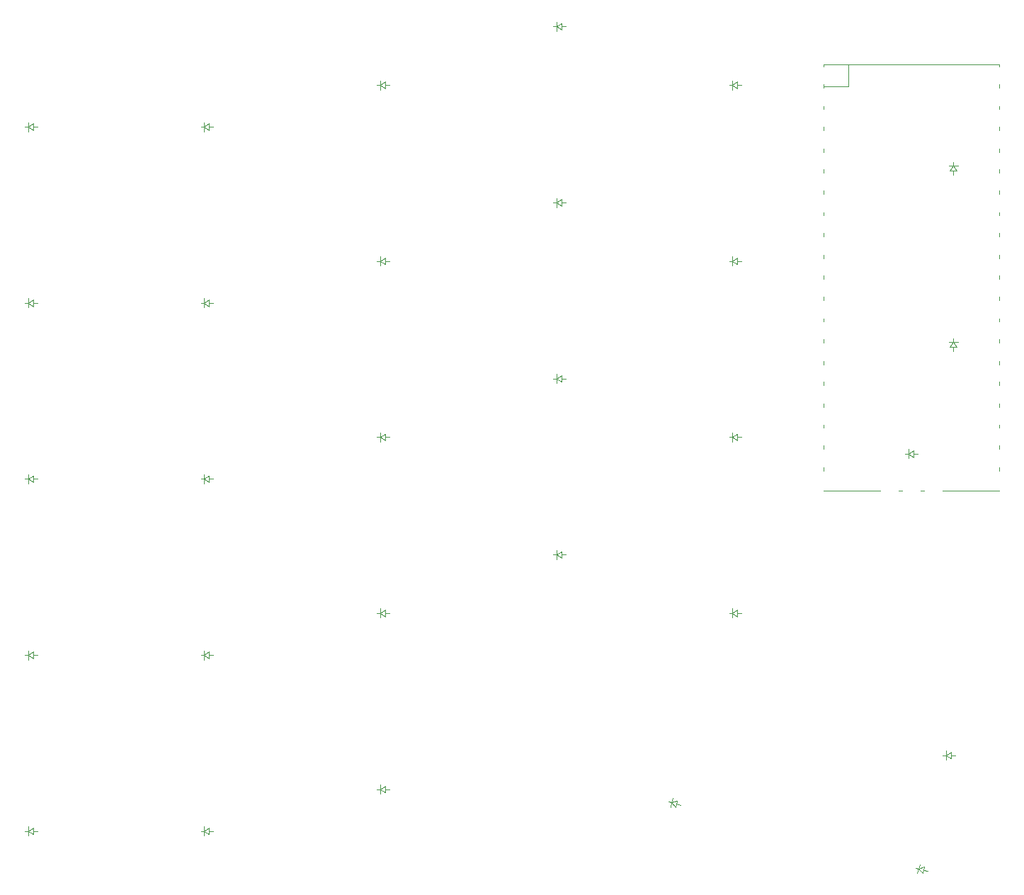
<source format=gbr>
%TF.GenerationSoftware,KiCad,Pcbnew,9.0.3-1.fc42*%
%TF.CreationDate,2025-08-09T15:12:39+02:00*%
%TF.ProjectId,left_traced,6c656674-5f74-4726-9163-65642e6b6963,v1.0.0*%
%TF.SameCoordinates,Original*%
%TF.FileFunction,Legend,Bot*%
%TF.FilePolarity,Positive*%
%FSLAX46Y46*%
G04 Gerber Fmt 4.6, Leading zero omitted, Abs format (unit mm)*
G04 Created by KiCad (PCBNEW 9.0.3-1.fc42) date 2025-08-09 15:12:39*
%MOMM*%
%LPD*%
G01*
G04 APERTURE LIST*
%ADD10C,0.100000*%
%ADD11C,0.120000*%
G04 APERTURE END LIST*
D10*
%TO.C,D22*%
X96600000Y-131850000D02*
X97000000Y-131850000D01*
X97000000Y-131850000D02*
X97000000Y-131300000D01*
X97000000Y-131850000D02*
X97000000Y-132400000D01*
X97000000Y-131850000D02*
X97600000Y-131450000D01*
X97600000Y-131450000D02*
X97600000Y-132250000D01*
X97600000Y-131850000D02*
X98100000Y-131850000D01*
X97600000Y-132250000D02*
X97000000Y-131850000D01*
%TO.C,D8*%
X159750000Y-98800000D02*
X160150000Y-98800000D01*
X160150000Y-98800000D02*
X160150000Y-98250000D01*
X160150000Y-98800000D02*
X160150000Y-99350000D01*
X160150000Y-98800000D02*
X160750000Y-98400000D01*
X160750000Y-98400000D02*
X160750000Y-99200000D01*
X160750000Y-98800000D02*
X161250000Y-98800000D01*
X160750000Y-99200000D02*
X160150000Y-98800000D01*
%TO.C,D18*%
X117650000Y-110800000D02*
X118050000Y-110800000D01*
X118050000Y-110800000D02*
X118050000Y-110250000D01*
X118050000Y-110800000D02*
X118050000Y-111350000D01*
X118050000Y-110800000D02*
X118650000Y-110400000D01*
X118650000Y-110400000D02*
X118650000Y-111200000D01*
X118650000Y-110800000D02*
X119150000Y-110800000D01*
X118650000Y-111200000D02*
X118050000Y-110800000D01*
%TO.C,D10*%
X138700000Y-168950000D02*
X139100000Y-168950000D01*
X139100000Y-168950000D02*
X139100000Y-168400000D01*
X139100000Y-168950000D02*
X139100000Y-169500000D01*
X139100000Y-168950000D02*
X139700000Y-168550000D01*
X139700000Y-168550000D02*
X139700000Y-169350000D01*
X139700000Y-168950000D02*
X140200000Y-168950000D01*
X139700000Y-169350000D02*
X139100000Y-168950000D01*
%TO.C,D25*%
X173541469Y-191492865D02*
X173927839Y-191596392D01*
X173927839Y-191596392D02*
X173785488Y-192127653D01*
X173927839Y-191596392D02*
X174070189Y-191065133D01*
X173927839Y-191596392D02*
X174610922Y-191365313D01*
X174403867Y-192138054D02*
X173927839Y-191596392D01*
X174507394Y-191751684D02*
X174990357Y-191881093D01*
X174610922Y-191365313D02*
X174403867Y-192138054D01*
%TO.C,D12*%
X138700000Y-126850000D02*
X139100000Y-126850000D01*
X139100000Y-126850000D02*
X139100000Y-126300000D01*
X139100000Y-126850000D02*
X139100000Y-127400000D01*
X139100000Y-126850000D02*
X139700000Y-126450000D01*
X139700000Y-126450000D02*
X139700000Y-127250000D01*
X139700000Y-126850000D02*
X140200000Y-126850000D01*
X139700000Y-127250000D02*
X139100000Y-126850000D01*
%TO.C,D14*%
X117650000Y-195000000D02*
X118050000Y-195000000D01*
X118050000Y-195000000D02*
X118050000Y-194450000D01*
X118050000Y-195000000D02*
X118050000Y-195550000D01*
X118050000Y-195000000D02*
X118650000Y-194600000D01*
X118650000Y-194600000D02*
X118650000Y-195400000D01*
X118650000Y-195000000D02*
X119150000Y-195000000D01*
X118650000Y-195400000D02*
X118050000Y-195000000D01*
%TO.C,D6*%
X159750000Y-140900000D02*
X160150000Y-140900000D01*
X160150000Y-140900000D02*
X160150000Y-140350000D01*
X160150000Y-140900000D02*
X160150000Y-141450000D01*
X160150000Y-140900000D02*
X160750000Y-140500000D01*
X160750000Y-140500000D02*
X160750000Y-141300000D01*
X160750000Y-140900000D02*
X161250000Y-140900000D01*
X160750000Y-141300000D02*
X160150000Y-140900000D01*
%TO.C,D19*%
X96600000Y-195000000D02*
X97000000Y-195000000D01*
X97000000Y-195000000D02*
X97000000Y-194450000D01*
X97000000Y-195000000D02*
X97000000Y-195550000D01*
X97000000Y-195000000D02*
X97600000Y-194600000D01*
X97600000Y-194600000D02*
X97600000Y-195400000D01*
X97600000Y-195000000D02*
X98100000Y-195000000D01*
X97600000Y-195400000D02*
X97000000Y-195000000D01*
%TO.C,D16*%
X117650000Y-152900000D02*
X118050000Y-152900000D01*
X118050000Y-152900000D02*
X118050000Y-152350000D01*
X118050000Y-152900000D02*
X118050000Y-153450000D01*
X118050000Y-152900000D02*
X118650000Y-152500000D01*
X118650000Y-152500000D02*
X118650000Y-153300000D01*
X118650000Y-152900000D02*
X119150000Y-152900000D01*
X118650000Y-153300000D02*
X118050000Y-152900000D01*
%TO.C,D20*%
X96600000Y-173950000D02*
X97000000Y-173950000D01*
X97000000Y-173950000D02*
X97000000Y-173400000D01*
X97000000Y-173950000D02*
X97000000Y-174500000D01*
X97000000Y-173950000D02*
X97600000Y-173550000D01*
X97600000Y-173550000D02*
X97600000Y-174350000D01*
X97600000Y-173950000D02*
X98100000Y-173950000D01*
X97600000Y-174350000D02*
X97000000Y-173950000D01*
%TO.C,D24*%
X203074651Y-199406257D02*
X203461021Y-199509784D01*
X203461021Y-199509784D02*
X203318670Y-200041045D01*
X203461021Y-199509784D02*
X203603371Y-198978525D01*
X203461021Y-199509784D02*
X204144104Y-199278705D01*
X203937049Y-200051446D02*
X203461021Y-199509784D01*
X204040576Y-199665076D02*
X204523539Y-199794485D01*
X204144104Y-199278705D02*
X203937049Y-200051446D01*
%TO.C,D29*%
X206350000Y-185950000D02*
X206750000Y-185950000D01*
X206750000Y-185950000D02*
X206750000Y-185400000D01*
X206750000Y-185950000D02*
X206750000Y-186500000D01*
X206750000Y-185950000D02*
X207350000Y-185550000D01*
X207350000Y-185550000D02*
X207350000Y-186350000D01*
X207350000Y-185950000D02*
X207850000Y-185950000D01*
X207350000Y-186350000D02*
X206750000Y-185950000D01*
%TO.C,D21*%
X96600000Y-152900000D02*
X97000000Y-152900000D01*
X97000000Y-152900000D02*
X97000000Y-152350000D01*
X97000000Y-152900000D02*
X97000000Y-153450000D01*
X97000000Y-152900000D02*
X97600000Y-152500000D01*
X97600000Y-152500000D02*
X97600000Y-153300000D01*
X97600000Y-152900000D02*
X98100000Y-152900000D01*
X97600000Y-153300000D02*
X97000000Y-152900000D01*
%TO.C,D28*%
X201850000Y-149900000D02*
X202250000Y-149900000D01*
X202250000Y-149900000D02*
X202250000Y-149350000D01*
X202250000Y-149900000D02*
X202250000Y-150450000D01*
X202250000Y-149900000D02*
X202850000Y-149500000D01*
X202850000Y-149500000D02*
X202850000Y-150300000D01*
X202850000Y-149900000D02*
X203350000Y-149900000D01*
X202850000Y-150300000D02*
X202250000Y-149900000D01*
%TO.C,D3*%
X180800000Y-126850000D02*
X181200000Y-126850000D01*
X181200000Y-126850000D02*
X181200000Y-126300000D01*
X181200000Y-126850000D02*
X181200000Y-127400000D01*
X181200000Y-126850000D02*
X181800000Y-126450000D01*
X181800000Y-126450000D02*
X181800000Y-127250000D01*
X181800000Y-126850000D02*
X182300000Y-126850000D01*
X181800000Y-127250000D02*
X181200000Y-126850000D01*
%TO.C,D11*%
X138700000Y-147900000D02*
X139100000Y-147900000D01*
X139100000Y-147900000D02*
X139100000Y-147350000D01*
X139100000Y-147900000D02*
X139100000Y-148450000D01*
X139100000Y-147900000D02*
X139700000Y-147500000D01*
X139700000Y-147500000D02*
X139700000Y-148300000D01*
X139700000Y-147900000D02*
X140200000Y-147900000D01*
X139700000Y-148300000D02*
X139100000Y-147900000D01*
%TO.C,D26*%
X207200000Y-137100000D02*
X207600000Y-136500000D01*
X207600000Y-136100000D02*
X207600000Y-136500000D01*
X207600000Y-136500000D02*
X207050000Y-136500000D01*
X207600000Y-136500000D02*
X208000000Y-137100000D01*
X207600000Y-136500000D02*
X208150000Y-136500000D01*
X207600000Y-137100000D02*
X207600000Y-137600000D01*
X208000000Y-137100000D02*
X207200000Y-137100000D01*
%TO.C,D15*%
X117650000Y-173950000D02*
X118050000Y-173950000D01*
X118050000Y-173950000D02*
X118050000Y-173400000D01*
X118050000Y-173950000D02*
X118050000Y-174500000D01*
X118050000Y-173950000D02*
X118650000Y-173550000D01*
X118650000Y-173550000D02*
X118650000Y-174350000D01*
X118650000Y-173950000D02*
X119150000Y-173950000D01*
X118650000Y-174350000D02*
X118050000Y-173950000D01*
%TO.C,D13*%
X138700000Y-105800000D02*
X139100000Y-105800000D01*
X139100000Y-105800000D02*
X139100000Y-105250000D01*
X139100000Y-105800000D02*
X139100000Y-106350000D01*
X139100000Y-105800000D02*
X139700000Y-105400000D01*
X139700000Y-105400000D02*
X139700000Y-106200000D01*
X139700000Y-105800000D02*
X140200000Y-105800000D01*
X139700000Y-106200000D02*
X139100000Y-105800000D01*
%TO.C,D9*%
X138700000Y-190000000D02*
X139100000Y-190000000D01*
X139100000Y-190000000D02*
X139100000Y-189450000D01*
X139100000Y-190000000D02*
X139100000Y-190550000D01*
X139100000Y-190000000D02*
X139700000Y-189600000D01*
X139700000Y-189600000D02*
X139700000Y-190400000D01*
X139700000Y-190000000D02*
X140200000Y-190000000D01*
X139700000Y-190400000D02*
X139100000Y-190000000D01*
%TO.C,D17*%
X117650000Y-131850000D02*
X118050000Y-131850000D01*
X118050000Y-131850000D02*
X118050000Y-131300000D01*
X118050000Y-131850000D02*
X118050000Y-132400000D01*
X118050000Y-131850000D02*
X118650000Y-131450000D01*
X118650000Y-131450000D02*
X118650000Y-132250000D01*
X118650000Y-131850000D02*
X119150000Y-131850000D01*
X118650000Y-132250000D02*
X118050000Y-131850000D01*
%TO.C,D2*%
X180800000Y-147900000D02*
X181200000Y-147900000D01*
X181200000Y-147900000D02*
X181200000Y-147350000D01*
X181200000Y-147900000D02*
X181200000Y-148450000D01*
X181200000Y-147900000D02*
X181800000Y-147500000D01*
X181800000Y-147500000D02*
X181800000Y-148300000D01*
X181800000Y-147900000D02*
X182300000Y-147900000D01*
X181800000Y-148300000D02*
X181200000Y-147900000D01*
%TO.C,D4*%
X180800000Y-105800000D02*
X181200000Y-105800000D01*
X181200000Y-105800000D02*
X181200000Y-105250000D01*
X181200000Y-105800000D02*
X181200000Y-106350000D01*
X181200000Y-105800000D02*
X181800000Y-105400000D01*
X181800000Y-105400000D02*
X181800000Y-106200000D01*
X181800000Y-105800000D02*
X182300000Y-105800000D01*
X181800000Y-106200000D02*
X181200000Y-105800000D01*
D11*
%TO.C,_1*%
X192100000Y-103300000D02*
X192100000Y-103600000D01*
X192100000Y-103300000D02*
X213100000Y-103300000D01*
X192100000Y-105700000D02*
X192100000Y-106100000D01*
X192100000Y-105967000D02*
X195107000Y-105967000D01*
X192100000Y-108300000D02*
X192100000Y-108700000D01*
X192100000Y-110800000D02*
X192100000Y-111200000D01*
X192100000Y-113400000D02*
X192100000Y-113800000D01*
X192100000Y-115900000D02*
X192100000Y-116300000D01*
X192100000Y-118400000D02*
X192100000Y-118800000D01*
X192100000Y-121000000D02*
X192100000Y-121400000D01*
X192100000Y-123500000D02*
X192100000Y-123900000D01*
X192100000Y-126100000D02*
X192100000Y-126500000D01*
X192100000Y-128600000D02*
X192100000Y-129000000D01*
X192100000Y-131100000D02*
X192100000Y-131500000D01*
X192100000Y-133700000D02*
X192100000Y-134100000D01*
X192100000Y-136200000D02*
X192100000Y-136600000D01*
X192100000Y-138800000D02*
X192100000Y-139200000D01*
X192100000Y-141300000D02*
X192100000Y-141700000D01*
X192100000Y-143900000D02*
X192100000Y-144300000D01*
X192100000Y-146400000D02*
X192100000Y-146800000D01*
X192100000Y-148900000D02*
X192100000Y-149300000D01*
X192100000Y-151500000D02*
X192100000Y-151900000D01*
X195107000Y-105967000D02*
X195107000Y-103300000D01*
X198900000Y-154300000D02*
X192100000Y-154300000D01*
X201100000Y-154300000D02*
X201500000Y-154300000D01*
X203700000Y-154300000D02*
X204100000Y-154300000D01*
X213100000Y-103300000D02*
X213100000Y-103600000D01*
X213100000Y-105700000D02*
X213100000Y-106100000D01*
X213100000Y-108300000D02*
X213100000Y-108700000D01*
X213100000Y-110800000D02*
X213100000Y-111200000D01*
X213100000Y-113400000D02*
X213100000Y-113800000D01*
X213100000Y-115900000D02*
X213100000Y-116300000D01*
X213100000Y-118400000D02*
X213100000Y-118800000D01*
X213100000Y-121000000D02*
X213100000Y-121400000D01*
X213100000Y-123500000D02*
X213100000Y-123900000D01*
X213100000Y-126100000D02*
X213100000Y-126500000D01*
X213100000Y-128600000D02*
X213100000Y-129000000D01*
X213100000Y-131100000D02*
X213100000Y-131500000D01*
X213100000Y-133700000D02*
X213100000Y-134100000D01*
X213100000Y-136200000D02*
X213100000Y-136600000D01*
X213100000Y-138800000D02*
X213100000Y-139200000D01*
X213100000Y-141300000D02*
X213100000Y-141700000D01*
X213100000Y-143900000D02*
X213100000Y-144300000D01*
X213100000Y-146400000D02*
X213100000Y-146800000D01*
X213100000Y-148900000D02*
X213100000Y-149300000D01*
X213100000Y-151500000D02*
X213100000Y-151900000D01*
X213100000Y-154300000D02*
X206300000Y-154300000D01*
D10*
%TO.C,D27*%
X207200000Y-116050000D02*
X207600000Y-115450000D01*
X207600000Y-115050000D02*
X207600000Y-115450000D01*
X207600000Y-115450000D02*
X207050000Y-115450000D01*
X207600000Y-115450000D02*
X208000000Y-116050000D01*
X207600000Y-115450000D02*
X208150000Y-115450000D01*
X207600000Y-116050000D02*
X207600000Y-116550000D01*
X208000000Y-116050000D02*
X207200000Y-116050000D01*
%TO.C,D7*%
X159750000Y-119850000D02*
X160150000Y-119850000D01*
X160150000Y-119850000D02*
X160150000Y-119300000D01*
X160150000Y-119850000D02*
X160150000Y-120400000D01*
X160150000Y-119850000D02*
X160750000Y-119450000D01*
X160750000Y-119450000D02*
X160750000Y-120250000D01*
X160750000Y-119850000D02*
X161250000Y-119850000D01*
X160750000Y-120250000D02*
X160150000Y-119850000D01*
%TO.C,D5*%
X159750000Y-161950000D02*
X160150000Y-161950000D01*
X160150000Y-161950000D02*
X160150000Y-161400000D01*
X160150000Y-161950000D02*
X160150000Y-162500000D01*
X160150000Y-161950000D02*
X160750000Y-161550000D01*
X160750000Y-161550000D02*
X160750000Y-162350000D01*
X160750000Y-161950000D02*
X161250000Y-161950000D01*
X160750000Y-162350000D02*
X160150000Y-161950000D01*
%TO.C,D23*%
X96600000Y-110800000D02*
X97000000Y-110800000D01*
X97000000Y-110800000D02*
X97000000Y-110250000D01*
X97000000Y-110800000D02*
X97000000Y-111350000D01*
X97000000Y-110800000D02*
X97600000Y-110400000D01*
X97600000Y-110400000D02*
X97600000Y-111200000D01*
X97600000Y-110800000D02*
X98100000Y-110800000D01*
X97600000Y-111200000D02*
X97000000Y-110800000D01*
%TO.C,D1*%
X180800000Y-168950000D02*
X181200000Y-168950000D01*
X181200000Y-168950000D02*
X181200000Y-168400000D01*
X181200000Y-168950000D02*
X181200000Y-169500000D01*
X181200000Y-168950000D02*
X181800000Y-168550000D01*
X181800000Y-168550000D02*
X181800000Y-169350000D01*
X181800000Y-168950000D02*
X182300000Y-168950000D01*
X181800000Y-169350000D02*
X181200000Y-168950000D01*
%TD*%
M02*

</source>
